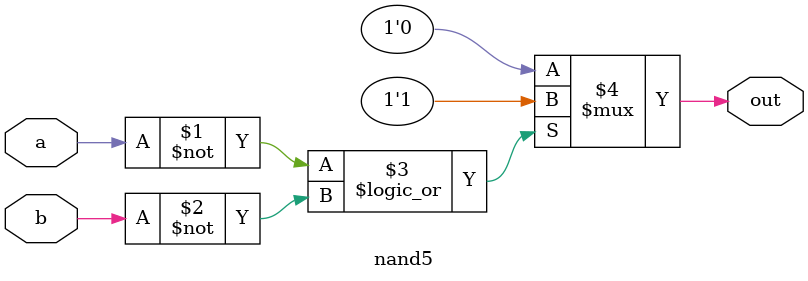
<source format=v>
module nand5(
  input a,
  input b,
  output out
);

  assign out = (a == 1'b0 || b == 1'b0) ? 1'b1 : 1'b0; // NAND using conditional expression

endmodule

</source>
